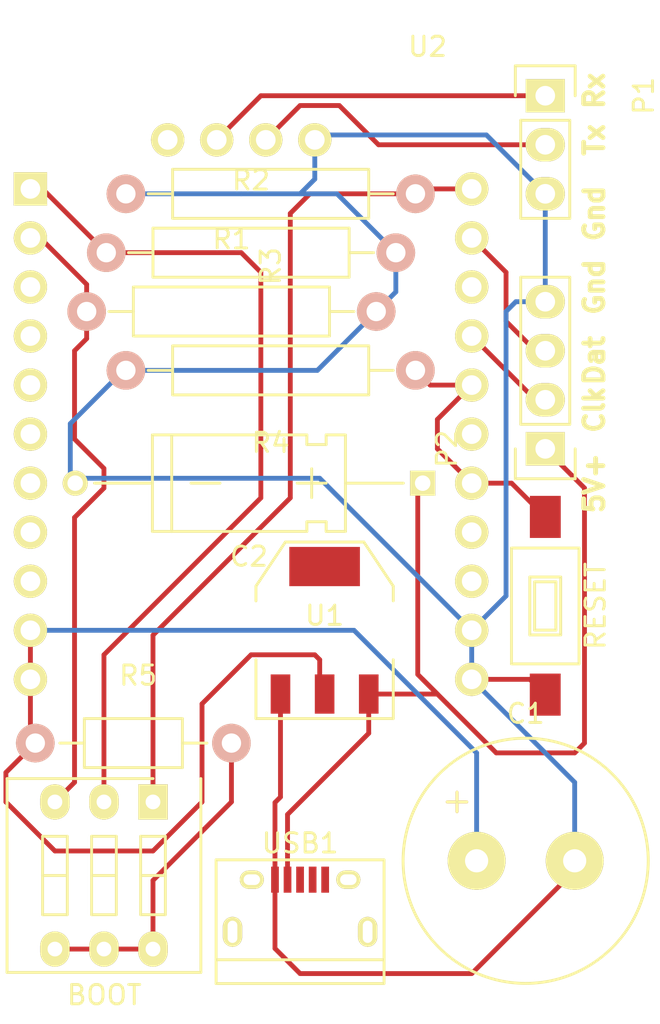
<source format=kicad_pcb>
(kicad_pcb (version 4) (host pcbnew 4.0.0~rc1a-stable)

  (general
    (links 36)
    (no_connects 0)
    (area 12.194999 11.655666 46.715 64.983)
    (thickness 1.6)
    (drawings 7)
    (tracks 118)
    (zones 0)
    (modules 14)
    (nets 26)
  )

  (page A4)
  (layers
    (0 F.Cu signal)
    (31 B.Cu signal)
    (32 B.Adhes user)
    (33 F.Adhes user)
    (34 B.Paste user)
    (35 F.Paste user)
    (36 B.SilkS user)
    (37 F.SilkS user)
    (38 B.Mask user)
    (39 F.Mask user)
    (40 Dwgs.User user)
    (41 Cmts.User user)
    (42 Eco1.User user)
    (43 Eco2.User user)
    (44 Edge.Cuts user)
    (45 Margin user)
    (46 B.CrtYd user)
    (47 F.CrtYd user)
    (48 B.Fab user)
    (49 F.Fab user)
  )

  (setup
    (last_trace_width 0.25)
    (trace_clearance 0.2)
    (zone_clearance 0.508)
    (zone_45_only no)
    (trace_min 0.2)
    (segment_width 0.2)
    (edge_width 0.15)
    (via_size 0.6)
    (via_drill 0.4)
    (via_min_size 0.4)
    (via_min_drill 0.3)
    (uvia_size 0.3)
    (uvia_drill 0.1)
    (uvias_allowed no)
    (uvia_min_size 0.2)
    (uvia_min_drill 0.1)
    (pcb_text_width 0.3)
    (pcb_text_size 1.5 1.5)
    (mod_edge_width 0.15)
    (mod_text_size 1 1)
    (mod_text_width 0.15)
    (pad_size 1.524 1.524)
    (pad_drill 0.762)
    (pad_to_mask_clearance 0.2)
    (aux_axis_origin 0 0)
    (visible_elements FFFFFF7F)
    (pcbplotparams
      (layerselection 0x00030_80000001)
      (usegerberextensions false)
      (excludeedgelayer true)
      (linewidth 0.100000)
      (plotframeref false)
      (viasonmask false)
      (mode 1)
      (useauxorigin false)
      (hpglpennumber 1)
      (hpglpenspeed 20)
      (hpglpendiameter 15)
      (hpglpenoverlay 2)
      (psnegative false)
      (psa4output false)
      (plotreference true)
      (plotvalue true)
      (plotinvisibletext false)
      (padsonsilk false)
      (subtractmaskfromsilk false)
      (outputformat 1)
      (mirror false)
      (drillshape 1)
      (scaleselection 1)
      (outputdirectory ""))
  )

  (net 0 "")
  (net 1 GND)
  (net 2 /3.3V)
  (net 3 /+5V)
  (net 4 "Net-(CON1-Pad3)")
  (net 5 "Net-(P1-Pad1)")
  (net 6 "Net-(P1-Pad2)")
  (net 7 "Net-(P2-Pad2)")
  (net 8 "Net-(P2-Pad3)")
  (net 9 "Net-(R1-Pad1)")
  (net 10 "Net-(R2-Pad1)")
  (net 11 "Net-(R3-Pad1)")
  (net 12 "Net-(R4-Pad1)")
  (net 13 "Net-(R5-Pad2)")
  (net 14 "Net-(U2-Pad3)")
  (net 15 "Net-(U2-Pad4)")
  (net 16 "Net-(U2-Pad5)")
  (net 17 "Net-(U2-Pad6)")
  (net 18 "Net-(U2-Pad7)")
  (net 19 "Net-(U2-Pad8)")
  (net 20 "Net-(U2-Pad9)")
  (net 21 "Net-(U2-Pad14)")
  (net 22 "Net-(U2-Pad15)")
  (net 23 /+3.3V)
  (net 24 "Net-(U2-Pad20)")
  (net 25 "Net-(U2-Pad26)")

  (net_class Default "This is the default net class."
    (clearance 0.2)
    (trace_width 0.25)
    (via_dia 0.6)
    (via_drill 0.4)
    (uvia_dia 0.3)
    (uvia_drill 0.1)
    (add_net /+3.3V)
    (add_net /+5V)
    (add_net /3.3V)
    (add_net GND)
    (add_net "Net-(CON1-Pad3)")
    (add_net "Net-(P1-Pad1)")
    (add_net "Net-(P1-Pad2)")
    (add_net "Net-(P2-Pad2)")
    (add_net "Net-(P2-Pad3)")
    (add_net "Net-(R1-Pad1)")
    (add_net "Net-(R2-Pad1)")
    (add_net "Net-(R3-Pad1)")
    (add_net "Net-(R4-Pad1)")
    (add_net "Net-(R5-Pad2)")
    (add_net "Net-(U2-Pad14)")
    (add_net "Net-(U2-Pad15)")
    (add_net "Net-(U2-Pad20)")
    (add_net "Net-(U2-Pad26)")
    (add_net "Net-(U2-Pad3)")
    (add_net "Net-(U2-Pad4)")
    (add_net "Net-(U2-Pad5)")
    (add_net "Net-(U2-Pad6)")
    (add_net "Net-(U2-Pad7)")
    (add_net "Net-(U2-Pad8)")
    (add_net "Net-(U2-Pad9)")
  )

  (module Capacitors_Elko_ThroughHole:Elko_vert_25x12.5mm_RM5 (layer F.Cu) (tedit 5454A482) (tstamp 564DCF45)
    (at 37.084 56.388)
    (descr "Electrolytic Capacitor, vertical, diameter 12,5mm, RM 5mm")
    (tags "Electrolytic Capacitor, vertical, diameter 12,5mm, RM 5mm, Elko, Electrolytkondensator, Kondensator gepolt, Durchmesser 12,5mm")
    (path /564AA437)
    (fp_text reference C1 (at 2.54 -7.62) (layer F.SilkS)
      (effects (font (size 1 1) (thickness 0.15)))
    )
    (fp_text value 1000uF (at 2.54 7.62) (layer F.Fab)
      (effects (font (size 1 1) (thickness 0.15)))
    )
    (fp_line (start -1.016 -3.556) (end -1.016 -2.54) (layer F.SilkS) (width 0.15))
    (fp_line (start -1.524 -3.048) (end -0.508 -3.048) (layer F.SilkS) (width 0.15))
    (fp_line (start -1.016 -3.556) (end -1.016 -2.54) (layer F.Cu) (width 0.15))
    (fp_line (start -1.524 -3.048) (end -0.508 -3.048) (layer F.Cu) (width 0.15))
    (fp_circle (center 2.54 0) (end 8.89 0) (layer F.SilkS) (width 0.15))
    (pad 2 thru_hole circle (at 5.08 0) (size 2.99974 2.99974) (drill 1.19888) (layers *.Cu *.Mask F.SilkS)
      (net 1 GND))
    (pad 1 thru_hole circle (at 0 0) (size 2.99974 2.99974) (drill 1.19888) (layers *.Cu *.Mask F.SilkS)
      (net 2 /3.3V))
    (model Capacitors_Elko_ThroughHole.3dshapes/Elko_vert_25x12.5mm_RM5.wrl
      (at (xyz 0 0 0))
      (scale (xyz 1 1 1))
      (rotate (xyz 0 0 0))
    )
  )

  (module Socket_Strips:Socket_Strip_Straight_1x03 (layer F.Cu) (tedit 54E9F429) (tstamp 564DCF59)
    (at 40.64 16.764 270)
    (descr "Through hole socket strip")
    (tags "socket strip")
    (path /564AA14C)
    (fp_text reference P1 (at 0 -5.1 270) (layer F.SilkS)
      (effects (font (size 1 1) (thickness 0.15)))
    )
    (fp_text value CONN_01X03 (at 0 -3.1 270) (layer F.Fab)
      (effects (font (size 1 1) (thickness 0.15)))
    )
    (fp_line (start 0 -1.55) (end -1.55 -1.55) (layer F.SilkS) (width 0.15))
    (fp_line (start -1.55 -1.55) (end -1.55 1.55) (layer F.SilkS) (width 0.15))
    (fp_line (start -1.55 1.55) (end 0 1.55) (layer F.SilkS) (width 0.15))
    (fp_line (start -1.75 -1.75) (end -1.75 1.75) (layer F.CrtYd) (width 0.05))
    (fp_line (start 6.85 -1.75) (end 6.85 1.75) (layer F.CrtYd) (width 0.05))
    (fp_line (start -1.75 -1.75) (end 6.85 -1.75) (layer F.CrtYd) (width 0.05))
    (fp_line (start -1.75 1.75) (end 6.85 1.75) (layer F.CrtYd) (width 0.05))
    (fp_line (start 1.27 -1.27) (end 6.35 -1.27) (layer F.SilkS) (width 0.15))
    (fp_line (start 6.35 -1.27) (end 6.35 1.27) (layer F.SilkS) (width 0.15))
    (fp_line (start 6.35 1.27) (end 1.27 1.27) (layer F.SilkS) (width 0.15))
    (fp_line (start 1.27 1.27) (end 1.27 -1.27) (layer F.SilkS) (width 0.15))
    (pad 1 thru_hole rect (at 0 0 270) (size 1.7272 2.032) (drill 1.016) (layers *.Cu *.Mask F.SilkS)
      (net 5 "Net-(P1-Pad1)"))
    (pad 2 thru_hole oval (at 2.54 0 270) (size 1.7272 2.032) (drill 1.016) (layers *.Cu *.Mask F.SilkS)
      (net 6 "Net-(P1-Pad2)"))
    (pad 3 thru_hole oval (at 5.08 0 270) (size 1.7272 2.032) (drill 1.016) (layers *.Cu *.Mask F.SilkS)
      (net 1 GND))
    (model Socket_Strips.3dshapes/Socket_Strip_Straight_1x03.wrl
      (at (xyz 0.1 0 0))
      (scale (xyz 1 1 1))
      (rotate (xyz 0 0 180))
    )
  )

  (module Socket_Strips:Socket_Strip_Straight_1x04 (layer F.Cu) (tedit 0) (tstamp 564DCF61)
    (at 40.64 35.052 90)
    (descr "Through hole socket strip")
    (tags "socket strip")
    (path /564AA1C7)
    (fp_text reference P2 (at 0 -5.1 90) (layer F.SilkS)
      (effects (font (size 1 1) (thickness 0.15)))
    )
    (fp_text value CONN_01X04 (at 0 -3.1 90) (layer F.Fab)
      (effects (font (size 1 1) (thickness 0.15)))
    )
    (fp_line (start -1.75 -1.75) (end -1.75 1.75) (layer F.CrtYd) (width 0.05))
    (fp_line (start 9.4 -1.75) (end 9.4 1.75) (layer F.CrtYd) (width 0.05))
    (fp_line (start -1.75 -1.75) (end 9.4 -1.75) (layer F.CrtYd) (width 0.05))
    (fp_line (start -1.75 1.75) (end 9.4 1.75) (layer F.CrtYd) (width 0.05))
    (fp_line (start 1.27 -1.27) (end 8.89 -1.27) (layer F.SilkS) (width 0.15))
    (fp_line (start 1.27 1.27) (end 8.89 1.27) (layer F.SilkS) (width 0.15))
    (fp_line (start -1.55 1.55) (end 0 1.55) (layer F.SilkS) (width 0.15))
    (fp_line (start 8.89 -1.27) (end 8.89 1.27) (layer F.SilkS) (width 0.15))
    (fp_line (start 1.27 1.27) (end 1.27 -1.27) (layer F.SilkS) (width 0.15))
    (fp_line (start 0 -1.55) (end -1.55 -1.55) (layer F.SilkS) (width 0.15))
    (fp_line (start -1.55 -1.55) (end -1.55 1.55) (layer F.SilkS) (width 0.15))
    (pad 1 thru_hole rect (at 0 0 90) (size 1.7272 2.032) (drill 1.016) (layers *.Cu *.Mask F.SilkS)
      (net 3 /+5V))
    (pad 2 thru_hole oval (at 2.54 0 90) (size 1.7272 2.032) (drill 1.016) (layers *.Cu *.Mask F.SilkS)
      (net 7 "Net-(P2-Pad2)"))
    (pad 3 thru_hole oval (at 5.08 0 90) (size 1.7272 2.032) (drill 1.016) (layers *.Cu *.Mask F.SilkS)
      (net 8 "Net-(P2-Pad3)"))
    (pad 4 thru_hole oval (at 7.62 0 90) (size 1.7272 2.032) (drill 1.016) (layers *.Cu *.Mask F.SilkS)
      (net 1 GND))
    (model Socket_Strips.3dshapes/Socket_Strip_Straight_1x04.wrl
      (at (xyz 0.15 0 0))
      (scale (xyz 1 1 1))
      (rotate (xyz 0 0 180))
    )
  )

  (module Resistors_ThroughHole:Resistor_Horizontal_RM15mm (layer F.Cu) (tedit 53F56292) (tstamp 564DCF67)
    (at 24.384 27.94)
    (descr "Resistor, Axial, RM 15mm,")
    (tags "Resistor, Axial, RM 15mm,")
    (path /564AE4C9)
    (fp_text reference R1 (at 0 -3.74904) (layer F.SilkS)
      (effects (font (size 1 1) (thickness 0.15)))
    )
    (fp_text value 20kE (at 0 4.0005) (layer F.Fab)
      (effects (font (size 1 1) (thickness 0.15)))
    )
    (fp_line (start -5.08 -1.27) (end -5.08 1.27) (layer F.SilkS) (width 0.15))
    (fp_line (start -5.08 1.27) (end 5.08 1.27) (layer F.SilkS) (width 0.15))
    (fp_line (start 5.08 1.27) (end 5.08 -1.27) (layer F.SilkS) (width 0.15))
    (fp_line (start 5.08 -1.27) (end -5.08 -1.27) (layer F.SilkS) (width 0.15))
    (fp_line (start 6.35 0) (end 5.08 0) (layer F.SilkS) (width 0.15))
    (fp_line (start -6.35 0) (end -5.08 0) (layer F.SilkS) (width 0.15))
    (pad 1 thru_hole circle (at -7.5 0) (size 1.99898 1.99898) (drill 1.00076) (layers *.Cu *.SilkS *.Mask)
      (net 9 "Net-(R1-Pad1)"))
    (pad 2 thru_hole circle (at 7.5 0) (size 1.99898 1.99898) (drill 1.00076) (layers *.Cu *.SilkS *.Mask)
      (net 1 GND))
    (model Resistors_ThroughHole.3dshapes/Resistor_Horizontal_RM15mm.wrl
      (at (xyz 0 0 0))
      (scale (xyz 0.4 0.4 0.4))
      (rotate (xyz 0 0 0))
    )
  )

  (module Resistors_ThroughHole:Resistor_Horizontal_RM15mm (layer F.Cu) (tedit 53F56292) (tstamp 564DCF6D)
    (at 25.4 24.892)
    (descr "Resistor, Axial, RM 15mm,")
    (tags "Resistor, Axial, RM 15mm,")
    (path /564AE46C)
    (fp_text reference R2 (at 0 -3.74904) (layer F.SilkS)
      (effects (font (size 1 1) (thickness 0.15)))
    )
    (fp_text value 20kE (at 0 4.0005) (layer F.Fab)
      (effects (font (size 1 1) (thickness 0.15)))
    )
    (fp_line (start -5.08 -1.27) (end -5.08 1.27) (layer F.SilkS) (width 0.15))
    (fp_line (start -5.08 1.27) (end 5.08 1.27) (layer F.SilkS) (width 0.15))
    (fp_line (start 5.08 1.27) (end 5.08 -1.27) (layer F.SilkS) (width 0.15))
    (fp_line (start 5.08 -1.27) (end -5.08 -1.27) (layer F.SilkS) (width 0.15))
    (fp_line (start 6.35 0) (end 5.08 0) (layer F.SilkS) (width 0.15))
    (fp_line (start -6.35 0) (end -5.08 0) (layer F.SilkS) (width 0.15))
    (pad 1 thru_hole circle (at -7.5 0) (size 1.99898 1.99898) (drill 1.00076) (layers *.Cu *.SilkS *.Mask)
      (net 10 "Net-(R2-Pad1)"))
    (pad 2 thru_hole circle (at 7.5 0) (size 1.99898 1.99898) (drill 1.00076) (layers *.Cu *.SilkS *.Mask)
      (net 1 GND))
    (model Resistors_ThroughHole.3dshapes/Resistor_Horizontal_RM15mm.wrl
      (at (xyz 0 0 0))
      (scale (xyz 0.4 0.4 0.4))
      (rotate (xyz 0 0 0))
    )
  )

  (module Resistors_ThroughHole:Resistor_Horizontal_RM15mm (layer F.Cu) (tedit 564D8E05) (tstamp 564DCF73)
    (at 26.416 21.844 180)
    (descr "Resistor, Axial, RM 15mm,")
    (tags "Resistor, Axial, RM 15mm,")
    (path /564AE367)
    (fp_text reference R3 (at 0 -3.74904 270) (layer F.SilkS)
      (effects (font (size 1 1) (thickness 0.15)))
    )
    (fp_text value 20kE (at 0 4.0005 180) (layer F.Fab)
      (effects (font (size 1 1) (thickness 0.15)))
    )
    (fp_line (start -5.08 -1.27) (end -5.08 1.27) (layer F.SilkS) (width 0.15))
    (fp_line (start -5.08 1.27) (end 5.08 1.27) (layer F.SilkS) (width 0.15))
    (fp_line (start 5.08 1.27) (end 5.08 -1.27) (layer F.SilkS) (width 0.15))
    (fp_line (start 5.08 -1.27) (end -5.08 -1.27) (layer F.SilkS) (width 0.15))
    (fp_line (start 6.35 0) (end 5.08 0) (layer F.SilkS) (width 0.15))
    (fp_line (start -6.35 0) (end -5.08 0) (layer F.SilkS) (width 0.15))
    (pad 1 thru_hole circle (at -7.5 0 180) (size 1.99898 1.99898) (drill 1.00076) (layers *.Cu *.SilkS *.Mask)
      (net 11 "Net-(R3-Pad1)"))
    (pad 2 thru_hole circle (at 7.5 0 180) (size 1.99898 1.99898) (drill 1.00076) (layers *.Cu *.SilkS *.Mask)
      (net 1 GND))
    (model Resistors_ThroughHole.3dshapes/Resistor_Horizontal_RM15mm.wrl
      (at (xyz 0 0 0))
      (scale (xyz 0.4 0.4 0.4))
      (rotate (xyz 0 0 0))
    )
  )

  (module Resistors_ThroughHole:Resistor_Horizontal_RM15mm (layer F.Cu) (tedit 53F56292) (tstamp 564DCF79)
    (at 26.416 30.988 180)
    (descr "Resistor, Axial, RM 15mm,")
    (tags "Resistor, Axial, RM 15mm,")
    (path /564ADACA)
    (fp_text reference R4 (at 0 -3.74904 180) (layer F.SilkS)
      (effects (font (size 1 1) (thickness 0.15)))
    )
    (fp_text value 20kE (at 0 4.0005 180) (layer F.Fab)
      (effects (font (size 1 1) (thickness 0.15)))
    )
    (fp_line (start -5.08 -1.27) (end -5.08 1.27) (layer F.SilkS) (width 0.15))
    (fp_line (start -5.08 1.27) (end 5.08 1.27) (layer F.SilkS) (width 0.15))
    (fp_line (start 5.08 1.27) (end 5.08 -1.27) (layer F.SilkS) (width 0.15))
    (fp_line (start 5.08 -1.27) (end -5.08 -1.27) (layer F.SilkS) (width 0.15))
    (fp_line (start 6.35 0) (end 5.08 0) (layer F.SilkS) (width 0.15))
    (fp_line (start -6.35 0) (end -5.08 0) (layer F.SilkS) (width 0.15))
    (pad 1 thru_hole circle (at -7.5 0 180) (size 1.99898 1.99898) (drill 1.00076) (layers *.Cu *.SilkS *.Mask)
      (net 12 "Net-(R4-Pad1)"))
    (pad 2 thru_hole circle (at 7.5 0 180) (size 1.99898 1.99898) (drill 1.00076) (layers *.Cu *.SilkS *.Mask)
      (net 1 GND))
    (model Resistors_ThroughHole.3dshapes/Resistor_Horizontal_RM15mm.wrl
      (at (xyz 0 0 0))
      (scale (xyz 0.4 0.4 0.4))
      (rotate (xyz 0 0 0))
    )
  )

  (module Resistors_ThroughHole:Resistor_Horizontal_RM10mm (layer F.Cu) (tedit 53F56209) (tstamp 564DCF7F)
    (at 19.304 50.292)
    (descr "Resistor, Axial,  RM 10mm, 1/3W,")
    (tags "Resistor, Axial, RM 10mm, 1/3W,")
    (path /564B06A4)
    (fp_text reference R5 (at 0.24892 -3.50012) (layer F.SilkS)
      (effects (font (size 1 1) (thickness 0.15)))
    )
    (fp_text value 100E (at 3.81 3.81) (layer F.Fab)
      (effects (font (size 1 1) (thickness 0.15)))
    )
    (fp_line (start -2.54 -1.27) (end 2.54 -1.27) (layer F.SilkS) (width 0.15))
    (fp_line (start 2.54 -1.27) (end 2.54 1.27) (layer F.SilkS) (width 0.15))
    (fp_line (start 2.54 1.27) (end -2.54 1.27) (layer F.SilkS) (width 0.15))
    (fp_line (start -2.54 1.27) (end -2.54 -1.27) (layer F.SilkS) (width 0.15))
    (fp_line (start -2.54 0) (end -3.81 0) (layer F.SilkS) (width 0.15))
    (fp_line (start 2.54 0) (end 3.81 0) (layer F.SilkS) (width 0.15))
    (pad 1 thru_hole circle (at -5.08 0) (size 1.99898 1.99898) (drill 1.00076) (layers *.Cu *.SilkS *.Mask)
      (net 2 /3.3V))
    (pad 2 thru_hole circle (at 5.08 0) (size 1.99898 1.99898) (drill 1.00076) (layers *.Cu *.SilkS *.Mask)
      (net 13 "Net-(R5-Pad2)"))
    (model Resistors_ThroughHole.3dshapes/Resistor_Horizontal_RM10mm.wrl
      (at (xyz 0 0 0))
      (scale (xyz 0.4 0.4 0.4))
      (rotate (xyz 0 0 0))
    )
  )

  (module Buttons_Switches_ThroughHole:SW_DIP_x3_Slide (layer F.Cu) (tedit 564DC433) (tstamp 564DCF89)
    (at 20.32 53.34 180)
    (descr "CTS Electrocomponents, Series 206/208")
    (path /564AA2BC)
    (fp_text reference BOOT (at 2.52 -10 180) (layer F.SilkS)
      (effects (font (size 1 1) (thickness 0.15)))
    )
    (fp_text value DIPS_03 (at 2 2.4 180) (layer F.Fab)
      (effects (font (size 1 1) (thickness 0.15)))
    )
    (fp_line (start -0.64 -5.84) (end -0.64 -1.78) (layer F.SilkS) (width 0.15))
    (fp_line (start -0.64 -3.81) (end 0.64 -3.81) (layer F.SilkS) (width 0.15))
    (fp_line (start -0.64 -1.78) (end 0.64 -1.78) (layer F.SilkS) (width 0.15))
    (fp_line (start 0.64 -1.78) (end 0.64 -5.84) (layer F.SilkS) (width 0.15))
    (fp_line (start 0.64 -5.84) (end -0.64 -5.84) (layer F.SilkS) (width 0.15))
    (fp_line (start 1.9 -5.84) (end 1.9 -1.78) (layer F.SilkS) (width 0.15))
    (fp_line (start 1.9 -3.81) (end 3.18 -3.81) (layer F.SilkS) (width 0.15))
    (fp_line (start 1.9 -1.78) (end 3.18 -1.78) (layer F.SilkS) (width 0.15))
    (fp_line (start 3.18 -1.78) (end 3.18 -5.84) (layer F.SilkS) (width 0.15))
    (fp_line (start 3.18 -5.84) (end 1.9 -5.84) (layer F.SilkS) (width 0.15))
    (fp_line (start 4.44 -5.84) (end 4.44 -1.78) (layer F.SilkS) (width 0.15))
    (fp_line (start 4.44 -3.81) (end 5.72 -3.81) (layer F.SilkS) (width 0.15))
    (fp_line (start 4.44 -1.78) (end 5.72 -1.78) (layer F.SilkS) (width 0.15))
    (fp_line (start 5.72 -1.78) (end 5.72 -5.84) (layer F.SilkS) (width 0.15))
    (fp_line (start 5.72 -5.84) (end 4.44 -5.84) (layer F.SilkS) (width 0.15))
    (fp_line (start -2.8 -9.15) (end -2.8 1.55) (layer F.CrtYd) (width 0.05))
    (fp_line (start -2.8 1.55) (end 7.9 1.55) (layer F.CrtYd) (width 0.05))
    (fp_line (start 7.9 1.55) (end 7.9 -9.15) (layer F.CrtYd) (width 0.05))
    (fp_line (start 7.9 -9.15) (end -2.8 -9.15) (layer F.CrtYd) (width 0.05))
    (fp_line (start -2.48 1.21) (end -2.48 -8.83) (layer F.SilkS) (width 0.15))
    (fp_line (start -2.48 -8.83) (end 7.56 -8.83) (layer F.SilkS) (width 0.15))
    (fp_line (start 7.56 -8.83) (end 7.56 1.21) (layer F.SilkS) (width 0.15))
    (fp_line (start 7.56 1.21) (end 0 1.21) (layer F.SilkS) (width 0.15))
    (pad 1 thru_hole rect (at 0 0 180) (size 1.524 1.824) (drill 0.762) (layers *.Cu *.Mask F.SilkS)
      (net 11 "Net-(R3-Pad1)"))
    (pad 6 thru_hole oval (at 0 -7.62 180) (size 1.524 1.824) (drill 0.762) (layers *.Cu *.Mask F.SilkS)
      (net 13 "Net-(R5-Pad2)"))
    (pad 2 thru_hole oval (at 2.54 0 180) (size 1.524 1.824) (drill 0.762) (layers *.Cu *.Mask F.SilkS)
      (net 10 "Net-(R2-Pad1)"))
    (pad 5 thru_hole oval (at 2.54 -7.62 180) (size 1.524 1.824) (drill 0.762) (layers *.Cu *.Mask F.SilkS)
      (net 13 "Net-(R5-Pad2)"))
    (pad 3 thru_hole oval (at 5.08 0 180) (size 1.524 1.824) (drill 0.762) (layers *.Cu *.Mask F.SilkS)
      (net 9 "Net-(R1-Pad1)"))
    (pad 4 thru_hole oval (at 5.08 -7.62 180) (size 1.524 1.824) (drill 0.762) (layers *.Cu *.Mask F.SilkS)
      (net 13 "Net-(R5-Pad2)"))
    (model Buttons_Switches_ThroughHole.3dshapes/SW_DIP_x3_Slide.wrl
      (at (xyz 0 0 0))
      (scale (xyz 1 1 1))
      (rotate (xyz 0 0 0))
    )
  )

  (module Buttons_Switches_SMD:SW_SPST_FSMSM (layer F.Cu) (tedit 564DC42B) (tstamp 564DCF8F)
    (at 40.64 43.18 270)
    (descr http://www.te.com/commerce/DocumentDelivery/DDEController?Action=srchrtrv&DocNm=1437566-3&DocType=Customer+Drawing&DocLang=English)
    (tags "SPST button tactile switch")
    (path /564AB955)
    (attr smd)
    (fp_text reference RESET (at 0.01011 -2.60022 270) (layer F.SilkS)
      (effects (font (size 1 1) (thickness 0.15)))
    )
    (fp_text value SW_PUSH (at 0.01011 -0.00022 270) (layer F.Fab)
      (effects (font (size 1 1) (thickness 0.15)))
    )
    (fp_line (start -1.23989 -0.55022) (end 1.26011 -0.55022) (layer F.SilkS) (width 0.15))
    (fp_line (start 1.26011 -0.55022) (end 1.26011 0.54978) (layer F.SilkS) (width 0.15))
    (fp_line (start 1.26011 0.54978) (end -1.23989 0.54978) (layer F.SilkS) (width 0.15))
    (fp_line (start -1.23989 0.54978) (end -1.23989 -0.55022) (layer F.SilkS) (width 0.15))
    (fp_line (start -1.48989 0.79978) (end 1.51011 0.79978) (layer F.SilkS) (width 0.15))
    (fp_line (start -1.48989 -0.80022) (end 1.51011 -0.80022) (layer F.SilkS) (width 0.15))
    (fp_line (start 1.51011 -0.80022) (end 1.51011 0.79978) (layer F.SilkS) (width 0.15))
    (fp_line (start -1.48989 -0.80022) (end -1.48989 0.79978) (layer F.SilkS) (width 0.15))
    (fp_line (start -5.85 1.95) (end 5.9 1.95) (layer F.CrtYd) (width 0.05))
    (fp_line (start 5.9 -2) (end 5.9 1.95) (layer F.CrtYd) (width 0.05))
    (fp_line (start -2.98989 1.74978) (end 3.01011 1.74978) (layer F.SilkS) (width 0.15))
    (fp_line (start -2.98989 -1.75022) (end 3.01011 -1.75022) (layer F.SilkS) (width 0.15))
    (fp_line (start -2.98989 -1.75022) (end -2.98989 1.74978) (layer F.SilkS) (width 0.15))
    (fp_line (start 3.01011 -1.75022) (end 3.01011 1.74978) (layer F.SilkS) (width 0.15))
    (fp_line (start -5.85 -2) (end -5.85 1.95) (layer F.CrtYd) (width 0.05))
    (fp_line (start -5.85 -2) (end 5.9 -2) (layer F.CrtYd) (width 0.05))
    (pad 1 smd rect (at -4.60243 -0.00232 270) (size 2.18 1.6) (layers F.Cu F.Paste F.Mask)
      (net 12 "Net-(R4-Pad1)"))
    (pad 2 smd rect (at 4.60243 0.00232 270) (size 2.18 1.6) (layers F.Cu F.Paste F.Mask)
      (net 1 GND))
  )

  (module TO_SOT_Packages_SMD:SOT-223 (layer F.Cu) (tedit 0) (tstamp 564DCF97)
    (at 29.21 44.45)
    (descr "module CMS SOT223 4 pins")
    (tags "CMS SOT")
    (path /564A9F67)
    (attr smd)
    (fp_text reference U1 (at 0 -0.762) (layer F.SilkS)
      (effects (font (size 1 1) (thickness 0.15)))
    )
    (fp_text value AMS1117 (at 0 0.762) (layer F.Fab)
      (effects (font (size 1 1) (thickness 0.15)))
    )
    (fp_line (start -3.556 1.524) (end -3.556 4.572) (layer F.SilkS) (width 0.15))
    (fp_line (start -3.556 4.572) (end 3.556 4.572) (layer F.SilkS) (width 0.15))
    (fp_line (start 3.556 4.572) (end 3.556 1.524) (layer F.SilkS) (width 0.15))
    (fp_line (start -3.556 -1.524) (end -3.556 -2.286) (layer F.SilkS) (width 0.15))
    (fp_line (start -3.556 -2.286) (end -2.032 -4.572) (layer F.SilkS) (width 0.15))
    (fp_line (start -2.032 -4.572) (end 2.032 -4.572) (layer F.SilkS) (width 0.15))
    (fp_line (start 2.032 -4.572) (end 3.556 -2.286) (layer F.SilkS) (width 0.15))
    (fp_line (start 3.556 -2.286) (end 3.556 -1.524) (layer F.SilkS) (width 0.15))
    (pad 4 smd rect (at 0 -3.302) (size 3.6576 2.032) (layers F.Cu F.Paste F.Mask))
    (pad 2 smd rect (at 0 3.302) (size 1.016 2.032) (layers F.Cu F.Paste F.Mask)
      (net 2 /3.3V))
    (pad 3 smd rect (at 2.286 3.302) (size 1.016 2.032) (layers F.Cu F.Paste F.Mask)
      (net 3 /+5V))
    (pad 1 smd rect (at -2.286 3.302) (size 1.016 2.032) (layers F.Cu F.Paste F.Mask)
      (net 1 GND))
    (model TO_SOT_Packages_SMD.3dshapes/SOT-223.wrl
      (at (xyz 0 0 0))
      (scale (xyz 0.4 0.4 0.4))
      (rotate (xyz 0 0 0))
    )
  )

  (module ESP8266:ESP-201 (layer F.Cu) (tedit 553C10CA) (tstamp 564DCFB5)
    (at 13.97 21.59)
    (descr "Module, ESP-8266, ESP-201, 26 pin, through hole, 0.1 inch")
    (tags "Module ESP-8266 ESP8266")
    (path /564AA006)
    (fp_text reference U2 (at 20.574 -7.366) (layer F.SilkS)
      (effects (font (size 1 1) (thickness 0.15)))
    )
    (fp_text value ESP-201 (at 11.43 1.27) (layer F.Fab)
      (effects (font (size 1 1) (thickness 0.15)))
    )
    (fp_line (start 5.842 -3.81) (end 16.002 -3.81) (layer F.CrtYd) (width 0.1524))
    (fp_line (start 16.002 -3.81) (end 16.002 -1.27) (layer F.CrtYd) (width 0.1524))
    (fp_line (start 16.002 -1.27) (end 5.842 -1.27) (layer F.CrtYd) (width 0.1524))
    (fp_line (start 5.842 -1.27) (end 5.842 -3.81) (layer F.CrtYd) (width 0.1524))
    (fp_line (start 24.13 26.67) (end 21.59 26.67) (layer F.CrtYd) (width 0.1524))
    (fp_line (start 21.59 26.67) (end 21.59 -1.27) (layer F.CrtYd) (width 0.1524))
    (fp_line (start 21.59 -1.27) (end 24.13 -1.27) (layer F.CrtYd) (width 0.1524))
    (fp_line (start 24.13 -1.27) (end 24.13 26.67) (layer F.CrtYd) (width 0.1524))
    (fp_line (start -1.27 26.67) (end 1.27 26.67) (layer F.CrtYd) (width 0.1524))
    (fp_line (start 1.27 26.67) (end 1.27 -1.27) (layer F.CrtYd) (width 0.1524))
    (fp_line (start 1.27 -1.27) (end -1.27 -1.27) (layer F.CrtYd) (width 0.1524))
    (fp_line (start -1.27 -1.27) (end -1.27 26.67) (layer F.CrtYd) (width 0.1524))
    (fp_line (start -1.27 -6.35) (end 24.13 -6.35) (layer F.Fab) (width 0.1524))
    (fp_line (start 24.13 -6.35) (end 24.13 27.432) (layer F.Fab) (width 0.1524))
    (fp_line (start 24.13 27.432) (end -1.27 27.432) (layer F.Fab) (width 0.1524))
    (fp_line (start -1.27 27.432) (end -1.27 -6.35) (layer F.Fab) (width 0.1524))
    (pad 1 thru_hole rect (at 0 0 90) (size 1.7272 1.7272) (drill 1.016) (layers *.Cu *.Mask F.SilkS)
      (net 10 "Net-(R2-Pad1)"))
    (pad 2 thru_hole circle (at 0 2.54 90) (size 1.7272 1.7272) (drill 1.016) (layers *.Cu *.Mask F.SilkS)
      (net 9 "Net-(R1-Pad1)"))
    (pad 3 thru_hole circle (at 0 5.08 90) (size 1.7272 1.7272) (drill 1.016) (layers *.Cu *.Mask F.SilkS)
      (net 14 "Net-(U2-Pad3)"))
    (pad 4 thru_hole circle (at 0 7.62 90) (size 1.7272 1.7272) (drill 1.016) (layers *.Cu *.Mask F.SilkS)
      (net 15 "Net-(U2-Pad4)"))
    (pad 5 thru_hole circle (at 0 10.16 90) (size 1.7272 1.7272) (drill 1.016) (layers *.Cu *.Mask F.SilkS)
      (net 16 "Net-(U2-Pad5)"))
    (pad 6 thru_hole circle (at 0 12.7 90) (size 1.7272 1.7272) (drill 1.016) (layers *.Cu *.Mask F.SilkS)
      (net 17 "Net-(U2-Pad6)"))
    (pad 7 thru_hole circle (at 0 15.24 90) (size 1.7272 1.7272) (drill 1.016) (layers *.Cu *.Mask F.SilkS)
      (net 18 "Net-(U2-Pad7)"))
    (pad 8 thru_hole circle (at 0 17.78 90) (size 1.7272 1.7272) (drill 1.016) (layers *.Cu *.Mask F.SilkS)
      (net 19 "Net-(U2-Pad8)"))
    (pad 9 thru_hole circle (at 0 20.32 90) (size 1.7272 1.7272) (drill 1.016) (layers *.Cu *.Mask F.SilkS)
      (net 20 "Net-(U2-Pad9)"))
    (pad 10 thru_hole circle (at 0 22.86 90) (size 1.7272 1.7272) (drill 1.016) (layers *.Cu *.Mask F.SilkS)
      (net 2 /3.3V))
    (pad 11 thru_hole circle (at 0 25.4 90) (size 1.7272 1.7272) (drill 1.016) (layers *.Cu *.Mask F.SilkS)
      (net 2 /3.3V))
    (pad 12 thru_hole circle (at 22.86 25.4 90) (size 1.7272 1.7272) (drill 1.016) (layers *.Cu *.Mask F.SilkS)
      (net 1 GND))
    (pad 13 thru_hole circle (at 22.86 22.86 90) (size 1.7272 1.7272) (drill 1.016) (layers *.Cu *.Mask F.SilkS)
      (net 1 GND))
    (pad 14 thru_hole circle (at 22.86 20.32 90) (size 1.7272 1.7272) (drill 1.016) (layers *.Cu *.Mask F.SilkS)
      (net 21 "Net-(U2-Pad14)"))
    (pad 15 thru_hole circle (at 22.86 17.78 90) (size 1.7272 1.7272) (drill 1.016) (layers *.Cu *.Mask F.SilkS)
      (net 22 "Net-(U2-Pad15)"))
    (pad 16 thru_hole circle (at 22.86 15.24 90) (size 1.7272 1.7272) (drill 1.016) (layers *.Cu *.Mask F.SilkS)
      (net 12 "Net-(R4-Pad1)"))
    (pad 17 thru_hole circle (at 22.86 12.7 90) (size 1.7272 1.7272) (drill 1.016) (layers *.Cu *.Mask F.SilkS)
      (net 23 /+3.3V))
    (pad 18 thru_hole circle (at 22.86 10.16 90) (size 1.7272 1.7272) (drill 1.016) (layers *.Cu *.Mask F.SilkS)
      (net 12 "Net-(R4-Pad1)"))
    (pad 19 thru_hole circle (at 22.86 7.62 90) (size 1.7272 1.7272) (drill 1.016) (layers *.Cu *.Mask F.SilkS)
      (net 7 "Net-(P2-Pad2)"))
    (pad 20 thru_hole circle (at 22.86 5.08 90) (size 1.7272 1.7272) (drill 1.016) (layers *.Cu *.Mask F.SilkS)
      (net 24 "Net-(U2-Pad20)"))
    (pad 21 thru_hole circle (at 22.86 2.54 90) (size 1.7272 1.7272) (drill 1.016) (layers *.Cu *.Mask F.SilkS)
      (net 8 "Net-(P2-Pad3)"))
    (pad 22 thru_hole circle (at 22.86 0 90) (size 1.7272 1.7272) (drill 1.016) (layers *.Cu *.Mask F.SilkS)
      (net 11 "Net-(R3-Pad1)"))
    (pad 23 thru_hole circle (at 14.732 -2.54 90) (size 1.7272 1.7272) (drill 1.016) (layers *.Cu *.Mask F.SilkS)
      (net 1 GND))
    (pad 24 thru_hole circle (at 12.192 -2.54 90) (size 1.7272 1.7272) (drill 1.016) (layers *.Cu *.Mask F.SilkS)
      (net 6 "Net-(P1-Pad2)"))
    (pad 25 thru_hole circle (at 9.652 -2.54 90) (size 1.7272 1.7272) (drill 1.016) (layers *.Cu *.Mask F.SilkS)
      (net 5 "Net-(P1-Pad1)"))
    (pad 26 thru_hole circle (at 7.112 -2.54 90) (size 1.7272 1.7272) (drill 1.016) (layers *.Cu *.Mask F.SilkS)
      (net 25 "Net-(U2-Pad26)"))
  )

  (module Connect:USB_Micro-B (layer F.Cu) (tedit 564DC45A) (tstamp 564DCF52)
    (at 27.94 58.928)
    (descr "Micro USB Type B Receptacle")
    (tags "USB USB_B USB_micro USB_OTG")
    (path /564AA051)
    (attr smd)
    (fp_text reference USB1 (at 0 -3.45) (layer F.SilkS)
      (effects (font (size 1 1) (thickness 0.15)))
    )
    (fp_text value BARREL_JACK (at 0 4.8) (layer F.Fab)
      (effects (font (size 1 1) (thickness 0.15)))
    )
    (fp_line (start -4.6 -2.8) (end 4.6 -2.8) (layer F.CrtYd) (width 0.05))
    (fp_line (start 4.6 -2.8) (end 4.6 4.05) (layer F.CrtYd) (width 0.05))
    (fp_line (start 4.6 4.05) (end -4.6 4.05) (layer F.CrtYd) (width 0.05))
    (fp_line (start -4.6 4.05) (end -4.6 -2.8) (layer F.CrtYd) (width 0.05))
    (fp_line (start -4.3509 3.81746) (end 4.3491 3.81746) (layer F.SilkS) (width 0.15))
    (fp_line (start -4.3509 -2.58754) (end 4.3491 -2.58754) (layer F.SilkS) (width 0.15))
    (fp_line (start 4.3491 -2.58754) (end 4.3491 3.81746) (layer F.SilkS) (width 0.15))
    (fp_line (start 4.3491 2.58746) (end -4.3509 2.58746) (layer F.SilkS) (width 0.15))
    (fp_line (start -4.3509 3.81746) (end -4.3509 -2.58754) (layer F.SilkS) (width 0.15))
    (pad 1 smd rect (at -1.3009 -1.56254 90) (size 1.35 0.4) (layers F.Cu F.Paste F.Mask)
      (net 1 GND))
    (pad 2 smd rect (at -0.6509 -1.56254 90) (size 1.35 0.4) (layers F.Cu F.Paste F.Mask)
      (net 3 /+5V))
    (pad 3 smd rect (at -0.0009 -1.56254 90) (size 1.35 0.4) (layers F.Cu F.Paste F.Mask)
      (net 4 "Net-(CON1-Pad3)"))
    (pad 4 smd rect (at 0.6491 -1.56254 90) (size 1.35 0.4) (layers F.Cu F.Paste F.Mask))
    (pad 5 smd rect (at 1.2991 -1.56254 90) (size 1.35 0.4) (layers F.Cu F.Paste F.Mask))
    (pad 6 thru_hole oval (at -2.5009 -1.56254 90) (size 0.95 1.25) (drill oval 0.55 0.85) (layers *.Cu *.Mask F.SilkS))
    (pad 6 thru_hole oval (at 2.4991 -1.56254 90) (size 0.95 1.25) (drill oval 0.55 0.85) (layers *.Cu *.Mask F.SilkS))
    (pad 6 thru_hole oval (at -3.5009 1.13746 90) (size 1.55 1) (drill oval 1.15 0.5) (layers *.Cu *.Mask F.SilkS))
    (pad 6 thru_hole oval (at 3.4991 1.13746 90) (size 1.55 1) (drill oval 1.15 0.5) (layers *.Cu *.Mask F.SilkS))
  )

  (module Capacitors_ThroughHole:C_Axial_D5_L11_P18 (layer F.Cu) (tedit 0) (tstamp 564DCF4B)
    (at 34.29 36.83 180)
    (descr "Axial Electrolytic Capacitor Diameter 5mm x Length 11mm, Pitch 18mm")
    (tags "Electrolytic Capacitor")
    (path /564AA522)
    (fp_text reference C2 (at 9 -3.8 180) (layer F.SilkS)
      (effects (font (size 1 1) (thickness 0.15)))
    )
    (fp_text value 100uF (at 9 3.8 180) (layer F.Fab)
      (effects (font (size 1 1) (thickness 0.15)))
    )
    (fp_line (start 6 2.5) (end 14 2.5) (layer F.SilkS) (width 0.15))
    (fp_line (start 5 2.5) (end 4 2.5) (layer F.SilkS) (width 0.15))
    (fp_line (start 5 -2.5) (end 4 -2.5) (layer F.SilkS) (width 0.15))
    (fp_line (start 14 -2.5) (end 6 -2.5) (layer F.SilkS) (width 0.15))
    (fp_line (start 14 2.5) (end 14 -2.5) (layer F.SilkS) (width 0.15))
    (fp_line (start 13 -2.5) (end 13 2.5) (layer F.SilkS) (width 0.15))
    (fp_line (start 4 2.5) (end 4 -2.5) (layer F.SilkS) (width 0.15))
    (fp_line (start 6 2.5) (end 6 2) (layer F.SilkS) (width 0.15))
    (fp_line (start 6 2) (end 5 2) (layer F.SilkS) (width 0.15))
    (fp_line (start 5 2) (end 5 2.5) (layer F.SilkS) (width 0.15))
    (fp_line (start 5 -2.5) (end 5 -2) (layer F.SilkS) (width 0.15))
    (fp_line (start 5 -2) (end 6 -2) (layer F.SilkS) (width 0.15))
    (fp_line (start 6 -2) (end 6 -2.5) (layer F.SilkS) (width 0.15))
    (fp_line (start 17 0) (end 14 0) (layer F.SilkS) (width 0.15))
    (fp_line (start 4 0) (end 1 0) (layer F.SilkS) (width 0.15))
    (fp_line (start 10.5 0) (end 12 0) (layer F.SilkS) (width 0.15))
    (fp_line (start 5 0) (end 6.5 0) (layer F.SilkS) (width 0.15))
    (fp_line (start 5.75 0.75) (end 5.75 -0.75) (layer F.SilkS) (width 0.15))
    (fp_line (start -1 -2.8) (end 19 -2.8) (layer F.CrtYd) (width 0.05))
    (fp_line (start 19 -2.8) (end 19 2.8) (layer F.CrtYd) (width 0.05))
    (fp_line (start 19 2.8) (end -1 2.8) (layer F.CrtYd) (width 0.05))
    (fp_line (start -1 2.8) (end -1 -2.8) (layer F.CrtYd) (width 0.05))
    (pad 1 thru_hole rect (at 0 0 180) (size 1.3 1.3) (drill 0.8) (layers *.Cu *.Mask F.SilkS)
      (net 3 /+5V))
    (pad 2 thru_hole circle (at 18 0 180) (size 1.3 1.3) (drill 0.8) (layers *.Cu *.Mask F.SilkS)
      (net 1 GND))
    (model Capacitors_ThroughHole.3dshapes/C_Axial_D5_L11_P18.wrl
      (at (xyz 0.354331 0 0))
      (scale (xyz 1 1 1))
      (rotate (xyz 0 0 180))
    )
  )

  (gr_text 5V+ (at 43.18 36.83 90) (layer F.SilkS)
    (effects (font (size 1 1) (thickness 0.25)))
  )
  (gr_text Gnd (at 43.18 22.86 90) (layer F.SilkS)
    (effects (font (size 1 1) (thickness 0.25)))
  )
  (gr_text Gnd (at 43.18 26.67 90) (layer F.SilkS)
    (effects (font (size 1 1) (thickness 0.25)))
  )
  (gr_text Dat (at 43.18 30.48 90) (layer F.SilkS)
    (effects (font (size 1 1) (thickness 0.25)))
  )
  (gr_text Clk (at 43.18 33.02 90) (layer F.SilkS)
    (effects (font (size 1 1) (thickness 0.25)))
  )
  (gr_text Tx (at 43.18 19.05 90) (layer F.SilkS)
    (effects (font (size 1 1) (thickness 0.25)))
  )
  (gr_text "Rx\n" (at 43.18 16.51 90) (layer F.SilkS)
    (effects (font (size 1 1) (thickness 0.25)))
  )

  (segment (start 16.036 36.576) (end 28.956 36.576) (width 0.25) (layer B.Cu) (net 1))
  (segment (start 28.956 36.576) (end 36.83 44.45) (width 0.25) (layer B.Cu) (net 1) (tstamp 564DBF7B))
  (segment (start 42.164 56.388) (end 42.164 56.896) (width 0.25) (layer F.Cu) (net 1))
  (segment (start 42.164 56.896) (end 36.83 62.23) (width 0.25) (layer F.Cu) (net 1) (tstamp 564DBF11))
  (segment (start 26.6391 60.9291) (end 26.6391 57.36546) (width 0.25) (layer F.Cu) (net 1) (tstamp 564DBF1C))
  (segment (start 27.94 62.23) (end 26.6391 60.9291) (width 0.25) (layer F.Cu) (net 1) (tstamp 564DBF19))
  (segment (start 36.83 62.23) (end 27.94 62.23) (width 0.25) (layer F.Cu) (net 1) (tstamp 564DBF16))
  (segment (start 26.924 47.752) (end 26.924 53.086) (width 0.25) (layer F.Cu) (net 1))
  (segment (start 26.6391 53.3709) (end 26.6391 57.36546) (width 0.25) (layer F.Cu) (net 1) (tstamp 564DBEFF))
  (segment (start 26.924 53.086) (end 26.6391 53.3709) (width 0.25) (layer F.Cu) (net 1) (tstamp 564DBEF6))
  (segment (start 26.67 57.33456) (end 26.6391 57.36546) (width 0.25) (layer F.Cu) (net 1) (tstamp 564DECFA))
  (segment (start 26.67 57.33456) (end 26.6391 57.36546) (width 0.25) (layer F.Cu) (net 1) (tstamp 564DEC95))
  (segment (start 18.916 30.988) (end 28.836 30.988) (width 0.25) (layer B.Cu) (net 1))
  (segment (start 28.836 30.988) (end 31.884 27.94) (width 0.25) (layer B.Cu) (net 1) (tstamp 564DEB58))
  (segment (start 40.64 27.432) (end 39.116 27.432) (width 0.25) (layer B.Cu) (net 1))
  (segment (start 39.116 27.432) (end 38.608 27.94) (width 0.25) (layer B.Cu) (net 1) (tstamp 564DEB51))
  (segment (start 38.608 27.94) (end 38.608 42.672) (width 0.25) (layer B.Cu) (net 1) (tstamp 564DEB52))
  (segment (start 38.608 42.672) (end 36.83 44.45) (width 0.25) (layer B.Cu) (net 1) (tstamp 564DEB53))
  (segment (start 32.9 24.892) (end 32.9 26.924) (width 0.25) (layer B.Cu) (net 1))
  (segment (start 32.9 26.924) (end 31.884 27.94) (width 0.25) (layer B.Cu) (net 1) (tstamp 564DEAF5))
  (segment (start 27.94 21.844) (end 29.852 21.844) (width 0.25) (layer B.Cu) (net 1))
  (segment (start 29.852 21.844) (end 32.9 24.892) (width 0.25) (layer B.Cu) (net 1) (tstamp 564DEAE3))
  (segment (start 40.64 21.844) (end 37.592 18.796) (width 0.25) (layer B.Cu) (net 1))
  (segment (start 37.592 18.796) (end 28.956 18.796) (width 0.25) (layer B.Cu) (net 1) (tstamp 564DEADF))
  (segment (start 28.956 18.796) (end 28.702 19.05) (width 0.25) (layer B.Cu) (net 1) (tstamp 564DEAE0))
  (segment (start 42.164 56.388) (end 42.164 52.324) (width 0.25) (layer B.Cu) (net 1))
  (segment (start 42.164 52.324) (end 36.83 46.99) (width 0.25) (layer B.Cu) (net 1) (tstamp 564DEAC1))
  (segment (start 36.83 46.99) (end 39.84525 46.99) (width 0.25) (layer F.Cu) (net 1))
  (segment (start 39.84525 46.99) (end 40.63768 47.78243) (width 0.25) (layer F.Cu) (net 1) (tstamp 564DEABE))
  (segment (start 36.83 46.99) (end 36.83 44.45) (width 0.25) (layer B.Cu) (net 1) (tstamp 564DEA65))
  (segment (start 18.916 30.988) (end 18.796 30.988) (width 0.25) (layer B.Cu) (net 1))
  (segment (start 16.036 33.748) (end 16.036 36.576) (width 0.25) (layer B.Cu) (net 1) (tstamp 564DE6DA))
  (segment (start 27.94 21.844) (end 24.892 21.844) (width 0.25) (layer B.Cu) (net 1) (tstamp 564DE6C7))
  (segment (start 24.892 21.844) (end 18.916 21.844) (width 0.25) (layer B.Cu) (net 1) (tstamp 564DEB2F))
  (segment (start 40.64 21.844) (end 40.64 27.432) (width 0.25) (layer B.Cu) (net 1))
  (segment (start 18.796 30.988) (end 16.036 33.748) (width 0.25) (layer B.Cu) (net 1) (tstamp 564DE6D9))
  (segment (start 28.702 19.05) (end 28.702 21.082) (width 0.25) (layer B.Cu) (net 1))
  (segment (start 28.702 21.082) (end 27.94 21.844) (width 0.25) (layer B.Cu) (net 1) (tstamp 564DE6C6))
  (segment (start 28.956 48.514) (end 28.956 45.974) (width 0.25) (layer F.Cu) (net 2))
  (segment (start 12.7 51.816) (end 14.224 50.292) (width 0.25) (layer F.Cu) (net 2) (tstamp 564DBE1B))
  (segment (start 12.7 53.34) (end 12.7 51.816) (width 0.25) (layer F.Cu) (net 2) (tstamp 564DBE1A))
  (segment (start 15.24 55.88) (end 12.7 53.34) (width 0.25) (layer F.Cu) (net 2) (tstamp 564DBE16))
  (segment (start 20.32 55.88) (end 15.24 55.88) (width 0.25) (layer F.Cu) (net 2) (tstamp 564DBE13))
  (segment (start 22.86 53.34) (end 20.32 55.88) (width 0.25) (layer F.Cu) (net 2) (tstamp 564DBE0C))
  (segment (start 22.86 48.26) (end 22.86 53.34) (width 0.25) (layer F.Cu) (net 2) (tstamp 564DBE00))
  (segment (start 25.4 45.72) (end 22.86 48.26) (width 0.25) (layer F.Cu) (net 2) (tstamp 564DBDFA))
  (segment (start 28.702 45.72) (end 25.4 45.72) (width 0.25) (layer F.Cu) (net 2) (tstamp 564DBDF7))
  (segment (start 28.956 45.974) (end 28.702 45.72) (width 0.25) (layer F.Cu) (net 2) (tstamp 564DBDF6))
  (segment (start 37.084 56.388) (end 37.084 50.8) (width 0.25) (layer B.Cu) (net 2))
  (segment (start 37.084 50.8) (end 30.734 44.45) (width 0.25) (layer B.Cu) (net 2) (tstamp 564DECA3))
  (segment (start 30.734 44.45) (end 13.97 44.45) (width 0.25) (layer B.Cu) (net 2) (tstamp 564DECA5))
  (segment (start 13.97 46.99) (end 13.97 50.038) (width 0.25) (layer F.Cu) (net 2))
  (segment (start 13.97 50.038) (end 14.224 50.292) (width 0.25) (layer F.Cu) (net 2) (tstamp 564DEB9A))
  (segment (start 13.97 44.45) (end 13.97 46.99) (width 0.25) (layer F.Cu) (net 2) (tstamp 564DEA6F))
  (segment (start 34.036 36.576) (end 34.036 46.736) (width 0.25) (layer F.Cu) (net 3))
  (segment (start 34.036 46.736) (end 34.29 46.99) (width 0.25) (layer F.Cu) (net 3) (tstamp 564DBEE5))
  (segment (start 31.496 47.752) (end 35.052 47.752) (width 0.25) (layer F.Cu) (net 3))
  (segment (start 35.052 47.752) (end 34.29 46.99) (width 0.25) (layer F.Cu) (net 3) (tstamp 564DBEC2))
  (segment (start 31.496 47.752) (end 31.496 49.784) (width 0.25) (layer F.Cu) (net 3))
  (segment (start 27.2891 53.9909) (end 27.2891 57.36546) (width 0.25) (layer F.Cu) (net 3) (tstamp 564DBEB8))
  (segment (start 31.496 49.784) (end 27.2891 53.9909) (width 0.25) (layer F.Cu) (net 3) (tstamp 564DBEB3))
  (segment (start 42.672 37.084) (end 40.64 35.052) (width 0.25) (layer F.Cu) (net 3) (tstamp 564DEADB))
  (segment (start 35.56 48.26) (end 38.1 50.8) (width 0.25) (layer F.Cu) (net 3) (tstamp 564DEC8D))
  (segment (start 34.29 46.99) (end 35.56 48.26) (width 0.25) (layer F.Cu) (net 3) (tstamp 564DBEDA))
  (segment (start 38.1 50.8) (end 42.164 50.8) (width 0.25) (layer F.Cu) (net 3) (tstamp 564DEAD7))
  (segment (start 42.164 50.8) (end 42.672 50.292) (width 0.25) (layer F.Cu) (net 3) (tstamp 564DEAD9))
  (segment (start 42.672 50.292) (end 42.672 37.084) (width 0.25) (layer F.Cu) (net 3) (tstamp 564DEADA))
  (segment (start 34.036 36.576) (end 33.782 36.576) (width 0.25) (layer F.Cu) (net 3))
  (segment (start 40.64 16.764) (end 25.908 16.764) (width 0.25) (layer F.Cu) (net 5))
  (segment (start 25.908 16.764) (end 23.622 19.05) (width 0.25) (layer F.Cu) (net 5) (tstamp 564DE676))
  (segment (start 40.64 19.304) (end 32.004 19.304) (width 0.25) (layer F.Cu) (net 6))
  (segment (start 27.94 17.272) (end 26.162 19.05) (width 0.25) (layer F.Cu) (net 6) (tstamp 564DE672))
  (segment (start 29.972 17.272) (end 27.94 17.272) (width 0.25) (layer F.Cu) (net 6) (tstamp 564DE670))
  (segment (start 32.004 19.304) (end 29.972 17.272) (width 0.25) (layer F.Cu) (net 6) (tstamp 564DE66E))
  (segment (start 40.64 32.512) (end 40.132 32.512) (width 0.25) (layer F.Cu) (net 7))
  (segment (start 40.132 32.512) (end 36.83 29.21) (width 0.25) (layer F.Cu) (net 7) (tstamp 564DE669))
  (segment (start 40.64 29.972) (end 40.132 29.972) (width 0.25) (layer F.Cu) (net 8))
  (segment (start 40.132 29.972) (end 38.608 28.448) (width 0.25) (layer F.Cu) (net 8) (tstamp 564DE662))
  (segment (start 38.608 28.448) (end 38.608 25.908) (width 0.25) (layer F.Cu) (net 8) (tstamp 564DE663))
  (segment (start 38.608 25.908) (end 36.83 24.13) (width 0.25) (layer F.Cu) (net 8) (tstamp 564DE665))
  (segment (start 16.884 27.94) (end 16.884 29.344) (width 0.25) (layer F.Cu) (net 9))
  (segment (start 16.256 52.324) (end 15.24 53.34) (width 0.25) (layer F.Cu) (net 9) (tstamp 564DECF3))
  (segment (start 16.256 38.608) (end 16.256 52.324) (width 0.25) (layer F.Cu) (net 9) (tstamp 564DECF1))
  (segment (start 17.78 37.084) (end 16.256 38.608) (width 0.25) (layer F.Cu) (net 9) (tstamp 564DECEF))
  (segment (start 17.78 36.068) (end 17.78 37.084) (width 0.25) (layer F.Cu) (net 9) (tstamp 564DECEE))
  (segment (start 16.256 34.544) (end 17.78 36.068) (width 0.25) (layer F.Cu) (net 9) (tstamp 564DECEC))
  (segment (start 16.256 29.972) (end 16.256 34.544) (width 0.25) (layer F.Cu) (net 9) (tstamp 564DECEB))
  (segment (start 16.884 29.344) (end 16.256 29.972) (width 0.25) (layer F.Cu) (net 9) (tstamp 564DECEA))
  (segment (start 16.884 27.94) (end 16.884 28.836) (width 0.25) (layer F.Cu) (net 9))
  (segment (start 13.97 24.13) (end 14.478 24.13) (width 0.25) (layer F.Cu) (net 9))
  (segment (start 14.478 24.13) (end 16.884 26.536) (width 0.25) (layer F.Cu) (net 9) (tstamp 564DEBCA))
  (segment (start 16.884 26.536) (end 16.884 27.94) (width 0.25) (layer F.Cu) (net 9) (tstamp 564DEBCB))
  (segment (start 17.9 24.892) (end 24.892 24.892) (width 0.25) (layer F.Cu) (net 10))
  (segment (start 17.78 45.72) (end 17.78 53.34) (width 0.25) (layer F.Cu) (net 10) (tstamp 564DECE6))
  (segment (start 25.908 37.592) (end 17.78 45.72) (width 0.25) (layer F.Cu) (net 10) (tstamp 564DECE4))
  (segment (start 25.908 25.908) (end 25.908 37.592) (width 0.25) (layer F.Cu) (net 10) (tstamp 564DECE2))
  (segment (start 24.892 24.892) (end 25.908 25.908) (width 0.25) (layer F.Cu) (net 10) (tstamp 564DECE1))
  (segment (start 13.97 21.59) (end 14.598 21.59) (width 0.25) (layer F.Cu) (net 10))
  (segment (start 14.598 21.59) (end 17.9 24.892) (width 0.25) (layer F.Cu) (net 10) (tstamp 564DEBCF))
  (segment (start 33.916 21.844) (end 28.448 21.844) (width 0.25) (layer F.Cu) (net 11))
  (segment (start 20.32 44.704) (end 20.32 53.34) (width 0.25) (layer F.Cu) (net 11) (tstamp 564DECDD))
  (segment (start 27.432 37.592) (end 20.32 44.704) (width 0.25) (layer F.Cu) (net 11) (tstamp 564DECDB))
  (segment (start 27.432 22.86) (end 27.432 37.592) (width 0.25) (layer F.Cu) (net 11) (tstamp 564DECD9))
  (segment (start 28.448 21.844) (end 27.432 22.86) (width 0.25) (layer F.Cu) (net 11) (tstamp 564DECD8))
  (segment (start 36.83 21.59) (end 34.17 21.59) (width 0.25) (layer F.Cu) (net 11))
  (segment (start 34.17 21.59) (end 33.916 21.844) (width 0.25) (layer F.Cu) (net 11) (tstamp 564DEAF9))
  (segment (start 36.83 36.83) (end 38.89475 36.83) (width 0.25) (layer F.Cu) (net 12))
  (segment (start 38.89475 36.83) (end 40.64232 38.57757) (width 0.25) (layer F.Cu) (net 12) (tstamp 564DEB3F))
  (segment (start 36.83 31.75) (end 35.052 33.528) (width 0.25) (layer F.Cu) (net 12))
  (segment (start 35.052 35.052) (end 36.83 36.83) (width 0.25) (layer F.Cu) (net 12) (tstamp 564DEB3B))
  (segment (start 35.052 33.528) (end 35.052 35.052) (width 0.25) (layer F.Cu) (net 12) (tstamp 564DEB3A))
  (segment (start 36.83 31.75) (end 34.678 31.75) (width 0.25) (layer F.Cu) (net 12))
  (segment (start 34.678 31.75) (end 33.916 30.988) (width 0.25) (layer F.Cu) (net 12) (tstamp 564DEAF1))
  (segment (start 17.78 60.96) (end 15.24 60.96) (width 0.25) (layer F.Cu) (net 13))
  (segment (start 20.32 60.96) (end 17.78 60.96) (width 0.25) (layer F.Cu) (net 13))
  (segment (start 24.384 50.292) (end 24.384 53.34) (width 0.25) (layer F.Cu) (net 13))
  (segment (start 20.32 57.404) (end 20.32 60.96) (width 0.25) (layer F.Cu) (net 13) (tstamp 564DECBE))
  (segment (start 24.384 53.34) (end 20.32 57.404) (width 0.25) (layer F.Cu) (net 13) (tstamp 564DECBC))

)

</source>
